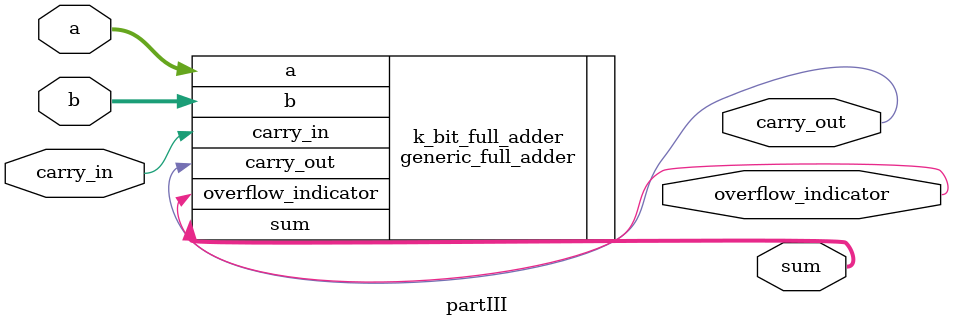
<source format=v>
module partIII
#(parameter K = 8)
(
	input [K - 1:0] a, b,
	input carry_in,
	output [K - 1:0] sum,
	output carry_out,
	output overflow_indicator //Overflow Bit
);

	generic_full_adder #(.K(K)) k_bit_full_adder
	(
		.a(a),
		.b(b),
		.carry_in(carry_in),
		.sum(sum),
		.carry_out(carry_out),
        .overflow_indicator(overflow_indicator)
	);
endmodule

</source>
